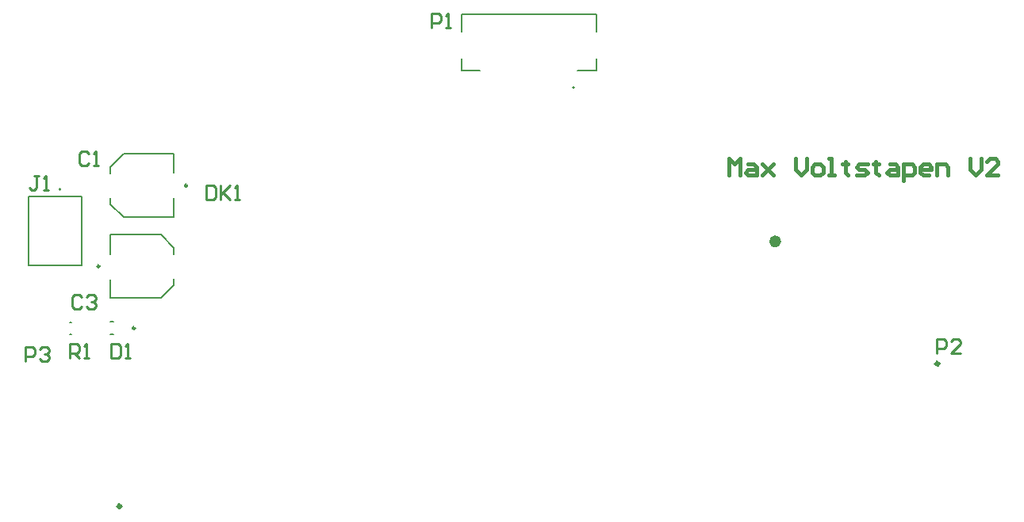
<source format=gbr>
%TF.GenerationSoftware,Altium Limited,Altium Designer,24.7.2 (38)*%
G04 Layer_Color=65535*
%FSLAX45Y45*%
%MOMM*%
%TF.SameCoordinates,4658354D-353F-4C49-8F46-90FD7368F250*%
%TF.FilePolarity,Positive*%
%TF.FileFunction,Legend,Top*%
%TF.Part,Single*%
G01*
G75*
%TA.AperFunction,NonConductor*%
%ADD37C,0.20000*%
%ADD38C,0.25000*%
%ADD39C,0.63500*%
%ADD40C,0.38100*%
%ADD41C,0.12700*%
%ADD42C,0.25400*%
D37*
X8816200Y6380700D02*
G03*
X8816200Y6380700I-10000J0D01*
G01*
X3337400Y5293400D02*
G03*
X3337400Y5293400I-10000J0D01*
G01*
X7611200Y7167600D02*
X9051200D01*
Y6974600D02*
Y7167600D01*
Y6562600D02*
Y6690600D01*
X7611200Y6974600D02*
Y7167600D01*
Y6562600D02*
Y6690600D01*
Y6562600D02*
X7809200D01*
X8853200D02*
X9051200D01*
X4003700Y4994000D02*
X4543700D01*
Y5204000D01*
Y5474000D02*
Y5674000D01*
X4003700D02*
X4543700D01*
X3863700Y5134000D02*
X4003700Y4994000D01*
X3863700Y5534000D02*
X4003700Y5674000D01*
X3863700Y5134000D02*
Y5204000D01*
Y5464000D02*
Y5534000D01*
Y4810400D02*
X4403700D01*
X3863700Y4600400D02*
Y4810400D01*
Y4130400D02*
Y4330400D01*
Y4130400D02*
X4403700D01*
Y4810400D02*
X4543700Y4670400D01*
X4403700Y4130400D02*
X4543700Y4270400D01*
Y4600400D02*
Y4670400D01*
Y4270400D02*
Y4340400D01*
X3859200Y3742500D02*
X3894200D01*
X3859200Y3877500D02*
X3894200D01*
X3431700Y3872500D02*
X3451700D01*
X3431700Y3747500D02*
X3451700D01*
D38*
X4683700Y5334000D02*
G03*
X4683700Y5334000I-12500J0D01*
G01*
X3748700Y4470400D02*
G03*
X3748700Y4470400I-12500J0D01*
G01*
X4126700Y3810000D02*
G03*
X4126700Y3810000I-12500J0D01*
G01*
D39*
X10990580Y4737100D02*
G03*
X10990580Y4737100I-30480J0D01*
G01*
D40*
X3974200Y1905000D02*
G03*
X3974200Y1905000I-15000J0D01*
G01*
X12705500Y3429000D02*
G03*
X12705500Y3429000I-15000J0D01*
G01*
X10464800Y5444048D02*
Y5621790D01*
X10524048Y5562543D01*
X10583295Y5621790D01*
Y5444048D01*
X10672166Y5562543D02*
X10731414D01*
X10761038Y5532919D01*
Y5444048D01*
X10672166D01*
X10642543Y5473671D01*
X10672166Y5503295D01*
X10761038D01*
X10820285Y5562543D02*
X10938780Y5444048D01*
X10879533Y5503295D01*
X10938780Y5562543D01*
X10820285Y5444048D01*
X11175770Y5621790D02*
Y5503295D01*
X11235018Y5444048D01*
X11294265Y5503295D01*
Y5621790D01*
X11383137Y5444048D02*
X11442384D01*
X11472008Y5473671D01*
Y5532919D01*
X11442384Y5562543D01*
X11383137D01*
X11353513Y5532919D01*
Y5473671D01*
X11383137Y5444048D01*
X11531256D02*
X11590503D01*
X11560879D01*
Y5621790D01*
X11531256D01*
X11708998Y5592166D02*
Y5562543D01*
X11679374D01*
X11738622D01*
X11708998D01*
Y5473671D01*
X11738622Y5444048D01*
X11827493D02*
X11916365D01*
X11945988Y5473671D01*
X11916365Y5503295D01*
X11857117D01*
X11827493Y5532919D01*
X11857117Y5562543D01*
X11945988D01*
X12034860Y5592166D02*
Y5562543D01*
X12005236D01*
X12064483D01*
X12034860D01*
Y5473671D01*
X12064483Y5444048D01*
X12182978Y5562543D02*
X12242226D01*
X12271850Y5532919D01*
Y5444048D01*
X12182978D01*
X12153355Y5473671D01*
X12182978Y5503295D01*
X12271850D01*
X12331097Y5384800D02*
Y5562543D01*
X12419969D01*
X12449592Y5532919D01*
Y5473671D01*
X12419969Y5444048D01*
X12331097D01*
X12597711D02*
X12538464D01*
X12508840Y5473671D01*
Y5532919D01*
X12538464Y5562543D01*
X12597711D01*
X12627335Y5532919D01*
Y5503295D01*
X12508840D01*
X12686582Y5444048D02*
Y5562543D01*
X12775454D01*
X12805078Y5532919D01*
Y5444048D01*
X13042068Y5621790D02*
Y5503295D01*
X13101315Y5444048D01*
X13160564Y5503295D01*
Y5621790D01*
X13338306Y5444048D02*
X13219810D01*
X13338306Y5562543D01*
Y5592166D01*
X13308682Y5621790D01*
X13249434D01*
X13219810Y5592166D01*
D41*
X2987400Y4479400D02*
Y5219400D01*
Y4479400D02*
X3562400D01*
Y5219400D01*
X2987400D02*
X3562400D01*
D42*
X7289833Y7023125D02*
Y7175475D01*
X7366008D01*
X7391400Y7150083D01*
Y7099300D01*
X7366008Y7073908D01*
X7289833D01*
X7442184Y7023125D02*
X7492967D01*
X7467576D01*
Y7175475D01*
X7442184Y7150083D01*
X3098800Y5435575D02*
X3048017D01*
X3073408D01*
Y5308617D01*
X3048017Y5283225D01*
X3022625D01*
X2997233Y5308617D01*
X3149584Y5283225D02*
X3200367D01*
X3174976D01*
Y5435575D01*
X3149584Y5410183D01*
X3632200Y5676883D02*
X3606808Y5702275D01*
X3556025D01*
X3530633Y5676883D01*
Y5575317D01*
X3556025Y5549925D01*
X3606808D01*
X3632200Y5575317D01*
X3682984Y5549925D02*
X3733767D01*
X3708376D01*
Y5702275D01*
X3682984Y5676883D01*
X3556008Y4140183D02*
X3530617Y4165575D01*
X3479833D01*
X3454441Y4140183D01*
Y4038617D01*
X3479833Y4013225D01*
X3530617D01*
X3556008Y4038617D01*
X3606792Y4140183D02*
X3632184Y4165575D01*
X3682967D01*
X3708359Y4140183D01*
Y4114792D01*
X3682967Y4089400D01*
X3657575D01*
X3682967D01*
X3708359Y4064008D01*
Y4038617D01*
X3682967Y4013225D01*
X3632184D01*
X3606792Y4038617D01*
X3429033Y3492525D02*
Y3644875D01*
X3505208D01*
X3530600Y3619483D01*
Y3568700D01*
X3505208Y3543308D01*
X3429033D01*
X3479817D02*
X3530600Y3492525D01*
X3581384D02*
X3632167D01*
X3606776D01*
Y3644875D01*
X3581384Y3619483D01*
X2959141Y3454425D02*
Y3606775D01*
X3035317D01*
X3060708Y3581383D01*
Y3530600D01*
X3035317Y3505208D01*
X2959141D01*
X3111492Y3581383D02*
X3136884Y3606775D01*
X3187667D01*
X3213059Y3581383D01*
Y3555992D01*
X3187667Y3530600D01*
X3162275D01*
X3187667D01*
X3213059Y3505208D01*
Y3479817D01*
X3187667Y3454425D01*
X3136884D01*
X3111492Y3479817D01*
X12682220Y3538220D02*
Y3690571D01*
X12758395D01*
X12783787Y3665179D01*
Y3614395D01*
X12758395Y3589003D01*
X12682220D01*
X12936137Y3538220D02*
X12834570D01*
X12936137Y3639787D01*
Y3665179D01*
X12910745Y3690571D01*
X12859962D01*
X12834570Y3665179D01*
X4889500Y5333951D02*
Y5181600D01*
X4965675D01*
X4991067Y5206992D01*
Y5308559D01*
X4965675Y5333951D01*
X4889500D01*
X5041851D02*
Y5181600D01*
Y5232383D01*
X5143418Y5333951D01*
X5067243Y5257775D01*
X5143418Y5181600D01*
X5194201D02*
X5244985D01*
X5219593D01*
Y5333951D01*
X5194201Y5308559D01*
X3873533Y3644875D02*
Y3492525D01*
X3949708D01*
X3975100Y3517917D01*
Y3619483D01*
X3949708Y3644875D01*
X3873533D01*
X4025884Y3492525D02*
X4076667D01*
X4051276D01*
Y3644875D01*
X4025884Y3619483D01*
%TF.MD5,a0daf99e43e531788cd720b7e27a03bd*%
M02*

</source>
